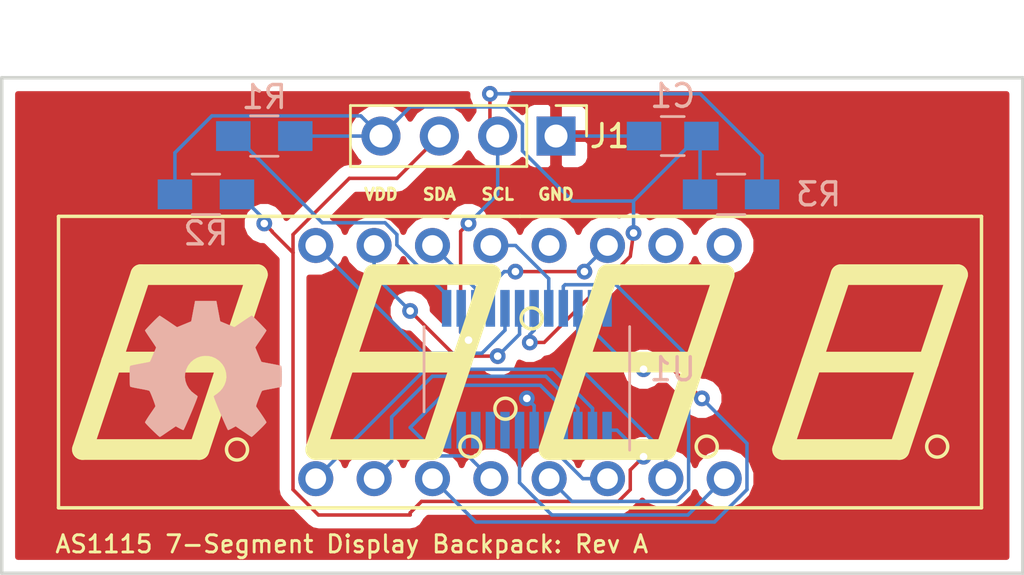
<source format=kicad_pcb>
(kicad_pcb (version 20170922) (host pcbnew no-vcs-found-4c623da~61~ubuntu16.04.1)

  (general
    (thickness 1.6)
    (drawings 9)
    (tracks 159)
    (zones 0)
    (modules 8)
    (nets 28)
  )

  (page A4)
  (layers
    (0 F.Cu signal)
    (31 B.Cu signal)
    (32 B.Adhes user)
    (33 F.Adhes user)
    (34 B.Paste user)
    (35 F.Paste user)
    (36 B.SilkS user)
    (37 F.SilkS user)
    (38 B.Mask user)
    (39 F.Mask user)
    (40 Dwgs.User user)
    (41 Cmts.User user)
    (42 Eco1.User user)
    (43 Eco2.User user)
    (44 Edge.Cuts user)
    (45 Margin user)
    (46 B.CrtYd user)
    (47 F.CrtYd user)
    (48 B.Fab user)
    (49 F.Fab user)
  )

  (setup
    (last_trace_width 0.1524)
    (trace_clearance 0.1524)
    (zone_clearance 0.508)
    (zone_45_only no)
    (trace_min 0.1524)
    (segment_width 0.2)
    (edge_width 0.15)
    (via_size 0.6858)
    (via_drill 0.3302)
    (via_min_size 0.6858)
    (via_min_drill 0.3302)
    (uvia_size 0.762)
    (uvia_drill 0.508)
    (uvias_allowed no)
    (uvia_min_size 0.2)
    (uvia_min_drill 0.1)
    (pcb_text_width 0.3)
    (pcb_text_size 1.5 1.5)
    (mod_edge_width 0.15)
    (mod_text_size 1 1)
    (mod_text_width 0.15)
    (pad_size 1.524 1.524)
    (pad_drill 0.762)
    (pad_to_mask_clearance 0.2)
    (aux_axis_origin 0 0)
    (visible_elements FFFFFF7F)
    (pcbplotparams
      (layerselection 0x010fc_ffffffff)
      (usegerberextensions false)
      (usegerberattributes true)
      (usegerberadvancedattributes true)
      (creategerberjobfile true)
      (excludeedgelayer true)
      (linewidth 0.100000)
      (plotframeref false)
      (viasonmask false)
      (mode 1)
      (useauxorigin false)
      (hpglpennumber 1)
      (hpglpenspeed 20)
      (hpglpendiameter 15)
      (psnegative false)
      (psa4output false)
      (plotreference true)
      (plotvalue true)
      (plotinvisibletext false)
      (padsonsilk false)
      (subtractmaskfromsilk false)
      (outputformat 1)
      (mirror false)
      (drillshape 1)
      (scaleselection 1)
      (outputdirectory ""))
  )

  (net 0 "")
  (net 1 GND)
  (net 2 +3V3)
  (net 3 "Net-(R1-Pad2)")
  (net 4 "Net-(U1-Pad24)")
  (net 5 "Net-(U1-Pad23)")
  (net 6 "Net-(U1-Pad22)")
  (net 7 "Net-(U1-Pad21)")
  (net 8 "Net-(U1-Pad16)")
  (net 9 "Net-(U1-Pad15)")
  (net 10 "Net-(U1-Pad12)")
  (net 11 "Net-(U1-Pad11)")
  (net 12 "Net-(U1-Pad10)")
  (net 13 "Net-(U1-Pad9)")
  (net 14 "Net-(U1-Pad4)")
  (net 15 "Net-(U1-Pad3)")
  (net 16 "Net-(U1-Pad2)")
  (net 17 "Net-(U1-Pad5)")
  (net 18 "Net-(U1-Pad20)")
  (net 19 "Net-(U1-Pad7)")
  (net 20 "Net-(U1-Pad8)")
  (net 21 "Net-(U1-Pad18)")
  (net 22 "Net-(U1-Pad17)")
  (net 23 "Net-(U2-Pad9)")
  (net 24 "Net-(U2-Pad10)")
  (net 25 "Net-(U2-Pad12)")
  (net 26 "Net-(J1-Pad3)")
  (net 27 "Net-(J1-Pad2)")

  (net_class Default "This is the default net class."
    (clearance 0.1524)
    (trace_width 0.1524)
    (via_dia 0.6858)
    (via_drill 0.3302)
    (uvia_dia 0.762)
    (uvia_drill 0.508)
    (add_net +3V3)
    (add_net GND)
    (add_net "Net-(J1-Pad2)")
    (add_net "Net-(J1-Pad3)")
    (add_net "Net-(R1-Pad2)")
    (add_net "Net-(U1-Pad10)")
    (add_net "Net-(U1-Pad11)")
    (add_net "Net-(U1-Pad12)")
    (add_net "Net-(U1-Pad15)")
    (add_net "Net-(U1-Pad16)")
    (add_net "Net-(U1-Pad17)")
    (add_net "Net-(U1-Pad18)")
    (add_net "Net-(U1-Pad2)")
    (add_net "Net-(U1-Pad20)")
    (add_net "Net-(U1-Pad21)")
    (add_net "Net-(U1-Pad22)")
    (add_net "Net-(U1-Pad23)")
    (add_net "Net-(U1-Pad24)")
    (add_net "Net-(U1-Pad3)")
    (add_net "Net-(U1-Pad4)")
    (add_net "Net-(U1-Pad5)")
    (add_net "Net-(U1-Pad7)")
    (add_net "Net-(U1-Pad8)")
    (add_net "Net-(U1-Pad9)")
    (add_net "Net-(U2-Pad10)")
    (add_net "Net-(U2-Pad12)")
    (add_net "Net-(U2-Pad9)")
  )

  (module Symbols:OSHW-Symbol_6.7x6mm_SilkScreen (layer B.Cu) (tedit 0) (tstamp 5A14FEED)
    (at 43.18 35.56 180)
    (descr "Open Source Hardware Symbol")
    (tags "Logo Symbol OSHW")
    (attr virtual)
    (fp_text reference REF*** (at 0 0 180) (layer B.SilkS) hide
      (effects (font (size 1 1) (thickness 0.15)) (justify mirror))
    )
    (fp_text value OSHW-Symbol_6.7x6mm_SilkScreen (at 0.75 0 180) (layer B.Fab) hide
      (effects (font (size 1 1) (thickness 0.15)) (justify mirror))
    )
    (fp_poly (pts (xy 0.555814 2.531069) (xy 0.639635 2.086445) (xy 0.94892 1.958947) (xy 1.258206 1.831449)
      (xy 1.629246 2.083754) (xy 1.733157 2.154004) (xy 1.827087 2.216728) (xy 1.906652 2.269062)
      (xy 1.96747 2.308143) (xy 2.005157 2.331107) (xy 2.015421 2.336058) (xy 2.03391 2.323324)
      (xy 2.07342 2.288118) (xy 2.129522 2.234938) (xy 2.197787 2.168282) (xy 2.273786 2.092646)
      (xy 2.353092 2.012528) (xy 2.431275 1.932426) (xy 2.503907 1.856836) (xy 2.566559 1.790255)
      (xy 2.614803 1.737182) (xy 2.64421 1.702113) (xy 2.651241 1.690377) (xy 2.641123 1.66874)
      (xy 2.612759 1.621338) (xy 2.569129 1.552807) (xy 2.513218 1.467785) (xy 2.448006 1.370907)
      (xy 2.410219 1.31565) (xy 2.341343 1.214752) (xy 2.28014 1.123701) (xy 2.229578 1.04703)
      (xy 2.192628 0.989272) (xy 2.172258 0.954957) (xy 2.169197 0.947746) (xy 2.176136 0.927252)
      (xy 2.195051 0.879487) (xy 2.223087 0.811168) (xy 2.257391 0.729011) (xy 2.295109 0.63973)
      (xy 2.333387 0.550042) (xy 2.36937 0.466662) (xy 2.400206 0.396306) (xy 2.423039 0.34569)
      (xy 2.435017 0.321529) (xy 2.435724 0.320578) (xy 2.454531 0.315964) (xy 2.504618 0.305672)
      (xy 2.580793 0.290713) (xy 2.677865 0.272099) (xy 2.790643 0.250841) (xy 2.856442 0.238582)
      (xy 2.97695 0.215638) (xy 3.085797 0.193805) (xy 3.177476 0.174278) (xy 3.246481 0.158252)
      (xy 3.287304 0.146921) (xy 3.295511 0.143326) (xy 3.303548 0.118994) (xy 3.310033 0.064041)
      (xy 3.31497 -0.015108) (xy 3.318364 -0.112026) (xy 3.320218 -0.220287) (xy 3.320538 -0.333465)
      (xy 3.319327 -0.445135) (xy 3.31659 -0.548868) (xy 3.312331 -0.638241) (xy 3.306555 -0.706826)
      (xy 3.299267 -0.748197) (xy 3.294895 -0.75681) (xy 3.268764 -0.767133) (xy 3.213393 -0.781892)
      (xy 3.136107 -0.799352) (xy 3.04423 -0.81778) (xy 3.012158 -0.823741) (xy 2.857524 -0.852066)
      (xy 2.735375 -0.874876) (xy 2.641673 -0.89308) (xy 2.572384 -0.907583) (xy 2.523471 -0.919292)
      (xy 2.490897 -0.929115) (xy 2.470628 -0.937956) (xy 2.458626 -0.946724) (xy 2.456947 -0.948457)
      (xy 2.440184 -0.976371) (xy 2.414614 -1.030695) (xy 2.382788 -1.104777) (xy 2.34726 -1.191965)
      (xy 2.310583 -1.285608) (xy 2.275311 -1.379052) (xy 2.243996 -1.465647) (xy 2.219193 -1.53874)
      (xy 2.203454 -1.591678) (xy 2.199332 -1.617811) (xy 2.199676 -1.618726) (xy 2.213641 -1.640086)
      (xy 2.245322 -1.687084) (xy 2.291391 -1.754827) (xy 2.348518 -1.838423) (xy 2.413373 -1.932982)
      (xy 2.431843 -1.959854) (xy 2.497699 -2.057275) (xy 2.55565 -2.146163) (xy 2.602538 -2.221412)
      (xy 2.635207 -2.27792) (xy 2.6505 -2.310581) (xy 2.651241 -2.314593) (xy 2.638392 -2.335684)
      (xy 2.602888 -2.377464) (xy 2.549293 -2.435445) (xy 2.482171 -2.505135) (xy 2.406087 -2.582045)
      (xy 2.325604 -2.661683) (xy 2.245287 -2.739561) (xy 2.169699 -2.811186) (xy 2.103405 -2.87207)
      (xy 2.050969 -2.917721) (xy 2.016955 -2.94365) (xy 2.007545 -2.947883) (xy 1.985643 -2.937912)
      (xy 1.9408 -2.91102) (xy 1.880321 -2.871736) (xy 1.833789 -2.840117) (xy 1.749475 -2.782098)
      (xy 1.649626 -2.713784) (xy 1.549473 -2.645579) (xy 1.495627 -2.609075) (xy 1.313371 -2.4858)
      (xy 1.160381 -2.56852) (xy 1.090682 -2.604759) (xy 1.031414 -2.632926) (xy 0.991311 -2.648991)
      (xy 0.981103 -2.651226) (xy 0.968829 -2.634722) (xy 0.944613 -2.588082) (xy 0.910263 -2.515609)
      (xy 0.867588 -2.421606) (xy 0.818394 -2.310374) (xy 0.76449 -2.186215) (xy 0.707684 -2.053432)
      (xy 0.649782 -1.916327) (xy 0.592593 -1.779202) (xy 0.537924 -1.646358) (xy 0.487584 -1.522098)
      (xy 0.44338 -1.410725) (xy 0.407119 -1.316539) (xy 0.380609 -1.243844) (xy 0.365658 -1.196941)
      (xy 0.363254 -1.180833) (xy 0.382311 -1.160286) (xy 0.424036 -1.126933) (xy 0.479706 -1.087702)
      (xy 0.484378 -1.084599) (xy 0.628264 -0.969423) (xy 0.744283 -0.835053) (xy 0.83143 -0.685784)
      (xy 0.888699 -0.525913) (xy 0.915086 -0.359737) (xy 0.909585 -0.191552) (xy 0.87119 -0.025655)
      (xy 0.798895 0.133658) (xy 0.777626 0.168513) (xy 0.666996 0.309263) (xy 0.536302 0.422286)
      (xy 0.390064 0.506997) (xy 0.232808 0.562806) (xy 0.069057 0.589126) (xy -0.096667 0.58537)
      (xy -0.259838 0.55095) (xy -0.415935 0.485277) (xy -0.560433 0.387765) (xy -0.605131 0.348187)
      (xy -0.718888 0.224297) (xy -0.801782 0.093876) (xy -0.858644 -0.052315) (xy -0.890313 -0.197088)
      (xy -0.898131 -0.35986) (xy -0.872062 -0.52344) (xy -0.814755 -0.682298) (xy -0.728856 -0.830906)
      (xy -0.617014 -0.963735) (xy -0.481877 -1.075256) (xy -0.464117 -1.087011) (xy -0.40785 -1.125508)
      (xy -0.365077 -1.158863) (xy -0.344628 -1.18016) (xy -0.344331 -1.180833) (xy -0.348721 -1.203871)
      (xy -0.366124 -1.256157) (xy -0.394732 -1.33339) (xy -0.432735 -1.431268) (xy -0.478326 -1.545491)
      (xy -0.529697 -1.671758) (xy -0.585038 -1.805767) (xy -0.642542 -1.943218) (xy -0.700399 -2.079808)
      (xy -0.756802 -2.211237) (xy -0.809942 -2.333205) (xy -0.85801 -2.441409) (xy -0.899199 -2.531549)
      (xy -0.931699 -2.599323) (xy -0.953703 -2.64043) (xy -0.962564 -2.651226) (xy -0.98964 -2.642819)
      (xy -1.040303 -2.620272) (xy -1.105817 -2.587613) (xy -1.141841 -2.56852) (xy -1.294832 -2.4858)
      (xy -1.477088 -2.609075) (xy -1.570125 -2.672228) (xy -1.671985 -2.741727) (xy -1.767438 -2.807165)
      (xy -1.81525 -2.840117) (xy -1.882495 -2.885273) (xy -1.939436 -2.921057) (xy -1.978646 -2.942938)
      (xy -1.991381 -2.947563) (xy -2.009917 -2.935085) (xy -2.050941 -2.900252) (xy -2.110475 -2.846678)
      (xy -2.184542 -2.777983) (xy -2.269165 -2.697781) (xy -2.322685 -2.646286) (xy -2.416319 -2.554286)
      (xy -2.497241 -2.471999) (xy -2.562177 -2.402945) (xy -2.607858 -2.350644) (xy -2.631011 -2.318616)
      (xy -2.633232 -2.312116) (xy -2.622924 -2.287394) (xy -2.594439 -2.237405) (xy -2.550937 -2.167212)
      (xy -2.495577 -2.081875) (xy -2.43152 -1.986456) (xy -2.413303 -1.959854) (xy -2.346927 -1.863167)
      (xy -2.287378 -1.776117) (xy -2.237984 -1.703595) (xy -2.202075 -1.650493) (xy -2.182981 -1.621703)
      (xy -2.181136 -1.618726) (xy -2.183895 -1.595782) (xy -2.198538 -1.545336) (xy -2.222513 -1.474041)
      (xy -2.253266 -1.388547) (xy -2.288244 -1.295507) (xy -2.324893 -1.201574) (xy -2.360661 -1.113399)
      (xy -2.392994 -1.037634) (xy -2.419338 -0.980931) (xy -2.437142 -0.949943) (xy -2.438407 -0.948457)
      (xy -2.449294 -0.939601) (xy -2.467682 -0.930843) (xy -2.497606 -0.921277) (xy -2.543103 -0.909996)
      (xy -2.608209 -0.896093) (xy -2.696961 -0.878663) (xy -2.813393 -0.856798) (xy -2.961542 -0.829591)
      (xy -2.993618 -0.823741) (xy -3.088686 -0.805374) (xy -3.171565 -0.787405) (xy -3.23493 -0.771569)
      (xy -3.271458 -0.7596) (xy -3.276356 -0.75681) (xy -3.284427 -0.732072) (xy -3.290987 -0.67679)
      (xy -3.296033 -0.597389) (xy -3.299559 -0.500296) (xy -3.301561 -0.391938) (xy -3.302036 -0.27874)
      (xy -3.300977 -0.167128) (xy -3.298382 -0.063529) (xy -3.294246 0.025632) (xy -3.288563 0.093928)
      (xy -3.281331 0.134934) (xy -3.276971 0.143326) (xy -3.252698 0.151792) (xy -3.197426 0.165565)
      (xy -3.116662 0.18345) (xy -3.015912 0.204252) (xy -2.900683 0.226777) (xy -2.837902 0.238582)
      (xy -2.718787 0.260849) (xy -2.612565 0.281021) (xy -2.524427 0.298085) (xy -2.459566 0.311031)
      (xy -2.423174 0.318845) (xy -2.417184 0.320578) (xy -2.407061 0.34011) (xy -2.385662 0.387157)
      (xy -2.355839 0.454997) (xy -2.320445 0.536909) (xy -2.282332 0.626172) (xy -2.244353 0.716065)
      (xy -2.20936 0.799865) (xy -2.180206 0.870853) (xy -2.159743 0.922306) (xy -2.150823 0.947503)
      (xy -2.150657 0.948604) (xy -2.160769 0.968481) (xy -2.189117 1.014223) (xy -2.232723 1.081283)
      (xy -2.288606 1.165116) (xy -2.353787 1.261174) (xy -2.391679 1.31635) (xy -2.460725 1.417519)
      (xy -2.52205 1.50937) (xy -2.572663 1.587256) (xy -2.609571 1.646531) (xy -2.629782 1.682549)
      (xy -2.632701 1.690623) (xy -2.620153 1.709416) (xy -2.585463 1.749543) (xy -2.533063 1.806507)
      (xy -2.467384 1.875815) (xy -2.392856 1.952969) (xy -2.313913 2.033475) (xy -2.234983 2.112837)
      (xy -2.1605 2.18656) (xy -2.094894 2.250148) (xy -2.042596 2.299106) (xy -2.008039 2.328939)
      (xy -1.996478 2.336058) (xy -1.977654 2.326047) (xy -1.932631 2.297922) (xy -1.865787 2.254546)
      (xy -1.781499 2.198782) (xy -1.684144 2.133494) (xy -1.610707 2.083754) (xy -1.239667 1.831449)
      (xy -0.621095 2.086445) (xy -0.537275 2.531069) (xy -0.453454 2.975693) (xy 0.471994 2.975693)
      (xy 0.555814 2.531069)) (layer B.SilkS) (width 0.01))
  )

  (module Capacitors_SMD:C_0805_HandSoldering (layer B.Cu) (tedit 58AA84A8) (tstamp 5A142A8B)
    (at 63.5 25.4 180)
    (descr "Capacitor SMD 0805, hand soldering")
    (tags "capacitor 0805")
    (path /59EC7FF1)
    (attr smd)
    (fp_text reference C1 (at 0 1.75) (layer B.SilkS)
      (effects (font (size 1 1) (thickness 0.15)) (justify mirror))
    )
    (fp_text value 0.1uF (at 0 -1.75) (layer B.Fab)
      (effects (font (size 1 1) (thickness 0.15)) (justify mirror))
    )
    (fp_line (start 2.25 -0.87) (end -2.25 -0.87) (layer B.CrtYd) (width 0.05))
    (fp_line (start 2.25 -0.87) (end 2.25 0.88) (layer B.CrtYd) (width 0.05))
    (fp_line (start -2.25 0.88) (end -2.25 -0.87) (layer B.CrtYd) (width 0.05))
    (fp_line (start -2.25 0.88) (end 2.25 0.88) (layer B.CrtYd) (width 0.05))
    (fp_line (start -0.5 -0.85) (end 0.5 -0.85) (layer B.SilkS) (width 0.12))
    (fp_line (start 0.5 0.85) (end -0.5 0.85) (layer B.SilkS) (width 0.12))
    (fp_line (start -1 0.62) (end 1 0.62) (layer B.Fab) (width 0.1))
    (fp_line (start 1 0.62) (end 1 -0.62) (layer B.Fab) (width 0.1))
    (fp_line (start 1 -0.62) (end -1 -0.62) (layer B.Fab) (width 0.1))
    (fp_line (start -1 -0.62) (end -1 0.62) (layer B.Fab) (width 0.1))
    (fp_text user %R (at 0 1.75) (layer B.Fab)
      (effects (font (size 1 1) (thickness 0.15)) (justify mirror))
    )
    (pad 2 smd rect (at 1.25 0 180) (size 1.5 1.25) (layers B.Cu B.Paste B.Mask)
      (net 1 GND))
    (pad 1 smd rect (at -1.25 0 180) (size 1.5 1.25) (layers B.Cu B.Paste B.Mask)
      (net 2 +3V3))
    (model Capacitors_SMD.3dshapes/C_0805.wrl
      (at (xyz 0 0 0))
      (scale (xyz 1 1 1))
      (rotate (xyz 0 0 0))
    )
  )

  (module Pin_Headers:Pin_Header_Straight_1x04_Pitch2.54mm (layer F.Cu) (tedit 5A147A75) (tstamp 5A142AA3)
    (at 58.42 25.4 270)
    (descr "Through hole straight pin header, 1x04, 2.54mm pitch, single row")
    (tags "Through hole pin header THT 1x04 2.54mm single row")
    (path /59EEB3FD)
    (fp_text reference J1 (at 0 -2.33) (layer F.SilkS)
      (effects (font (size 1 1) (thickness 0.15)))
    )
    (fp_text value 7SEG_DEBUG (at -5.08 3.81) (layer F.Fab)
      (effects (font (size 1 1) (thickness 0.15)))
    )
    (fp_text user %R (at -5.08 11.43) (layer F.Fab)
      (effects (font (size 1 1) (thickness 0.15)))
    )
    (fp_line (start 1.8 -1.8) (end -1.8 -1.8) (layer F.CrtYd) (width 0.05))
    (fp_line (start 1.8 9.4) (end 1.8 -1.8) (layer F.CrtYd) (width 0.05))
    (fp_line (start -1.8 9.4) (end 1.8 9.4) (layer F.CrtYd) (width 0.05))
    (fp_line (start -1.8 -1.8) (end -1.8 9.4) (layer F.CrtYd) (width 0.05))
    (fp_line (start -1.33 -1.33) (end 0 -1.33) (layer F.SilkS) (width 0.12))
    (fp_line (start -1.33 0) (end -1.33 -1.33) (layer F.SilkS) (width 0.12))
    (fp_line (start -1.33 1.27) (end 1.33 1.27) (layer F.SilkS) (width 0.12))
    (fp_line (start 1.33 1.27) (end 1.33 8.95) (layer F.SilkS) (width 0.12))
    (fp_line (start -1.33 1.27) (end -1.33 8.95) (layer F.SilkS) (width 0.12))
    (fp_line (start -1.33 8.95) (end 1.33 8.95) (layer F.SilkS) (width 0.12))
    (fp_line (start -1.27 -0.635) (end -0.635 -1.27) (layer F.Fab) (width 0.1))
    (fp_line (start -1.27 8.89) (end -1.27 -0.635) (layer F.Fab) (width 0.1))
    (fp_line (start 1.27 8.89) (end -1.27 8.89) (layer F.Fab) (width 0.1))
    (fp_line (start 1.27 -1.27) (end 1.27 8.89) (layer F.Fab) (width 0.1))
    (fp_line (start -0.635 -1.27) (end 1.27 -1.27) (layer F.Fab) (width 0.1))
    (pad 4 thru_hole oval (at 0 7.62 270) (size 1.7 1.7) (drill 1) (layers *.Cu *.Mask)
      (net 2 +3V3))
    (pad 3 thru_hole oval (at 0 5.08 270) (size 1.7 1.7) (drill 1) (layers *.Cu *.Mask)
      (net 26 "Net-(J1-Pad3)"))
    (pad 2 thru_hole oval (at 0 2.54 270) (size 1.7 1.7) (drill 1) (layers *.Cu *.Mask)
      (net 27 "Net-(J1-Pad2)"))
    (pad 1 thru_hole rect (at 0 0 270) (size 1.7 1.7) (drill 1) (layers *.Cu *.Mask)
      (net 1 GND))
    (model ${KISYS3DMOD}/Pin_Headers.3dshapes/Pin_Header_Straight_1x04_Pitch2.54mm.wrl
      (at (xyz 0 0 0))
      (scale (xyz 1 1 1))
      (rotate (xyz 0 0 0))
    )
  )

  (module Resistors_SMD:R_0805_HandSoldering (layer B.Cu) (tedit 58E0A804) (tstamp 5A1471B4)
    (at 45.72 25.4 180)
    (descr "Resistor SMD 0805, hand soldering")
    (tags "resistor 0805")
    (path /59EC64B4)
    (attr smd)
    (fp_text reference R1 (at 0 1.7) (layer B.SilkS)
      (effects (font (size 1 1) (thickness 0.15)) (justify mirror))
    )
    (fp_text value 10k (at 0 -1.75) (layer B.Fab)
      (effects (font (size 1 1) (thickness 0.15)) (justify mirror))
    )
    (fp_line (start 2.35 -0.9) (end -2.35 -0.9) (layer B.CrtYd) (width 0.05))
    (fp_line (start 2.35 -0.9) (end 2.35 0.9) (layer B.CrtYd) (width 0.05))
    (fp_line (start -2.35 0.9) (end -2.35 -0.9) (layer B.CrtYd) (width 0.05))
    (fp_line (start -2.35 0.9) (end 2.35 0.9) (layer B.CrtYd) (width 0.05))
    (fp_line (start -0.6 0.88) (end 0.6 0.88) (layer B.SilkS) (width 0.12))
    (fp_line (start 0.6 -0.88) (end -0.6 -0.88) (layer B.SilkS) (width 0.12))
    (fp_line (start -1 0.62) (end 1 0.62) (layer B.Fab) (width 0.1))
    (fp_line (start 1 0.62) (end 1 -0.62) (layer B.Fab) (width 0.1))
    (fp_line (start 1 -0.62) (end -1 -0.62) (layer B.Fab) (width 0.1))
    (fp_line (start -1 -0.62) (end -1 0.62) (layer B.Fab) (width 0.1))
    (fp_text user %R (at 0 0 180) (layer B.Fab)
      (effects (font (size 0.5 0.5) (thickness 0.075)) (justify mirror))
    )
    (pad 2 smd rect (at 1.35 0 180) (size 1.5 1.3) (layers B.Cu B.Paste B.Mask)
      (net 3 "Net-(R1-Pad2)"))
    (pad 1 smd rect (at -1.35 0 180) (size 1.5 1.3) (layers B.Cu B.Paste B.Mask)
      (net 2 +3V3))
    (model ${KISYS3DMOD}/Resistors_SMD.3dshapes/R_0805.wrl
      (at (xyz 0 0 0))
      (scale (xyz 1 1 1))
      (rotate (xyz 0 0 0))
    )
  )

  (module Housings_SSOP:QSOP-24_3.9x8.7mm_Pitch0.635mm (layer B.Cu) (tedit 58C99544) (tstamp 5A142ADC)
    (at 57.15 35.56 90)
    (descr "24-Lead Plastic Shrink Small Outline Narrow Body (QR)-.150\" Body [QSOP] (see Microchip Packaging Specification 00000049CH.pdf)")
    (tags "QSOP 0.635")
    (path /59EC3D68)
    (attr smd)
    (fp_text reference U1 (at 0 6.35) (layer B.SilkS)
      (effects (font (size 1 1) (thickness 0.15)) (justify mirror))
    )
    (fp_text value AS1115 (at 0 -5.3 90) (layer B.Fab)
      (effects (font (size 1 1) (thickness 0.15)) (justify mirror))
    )
    (fp_line (start -3.525 4.475) (end 1.8586 4.475) (layer B.SilkS) (width 0.12))
    (fp_line (start -1.8543 -4.475) (end 1.8543 -4.475) (layer B.SilkS) (width 0.12))
    (fp_line (start -3.71 -4.6) (end 3.7 -4.6) (layer B.CrtYd) (width 0.05))
    (fp_line (start -3.71 4.6) (end 3.7 4.6) (layer B.CrtYd) (width 0.05))
    (fp_line (start 3.7 4.6) (end 3.7 -4.6) (layer B.CrtYd) (width 0.05))
    (fp_line (start -3.71 4.6) (end -3.71 -4.6) (layer B.CrtYd) (width 0.05))
    (fp_line (start -1.95 3.35) (end -0.95 4.35) (layer B.Fab) (width 0.1))
    (fp_line (start -1.95 -4.35) (end -1.95 3.35) (layer B.Fab) (width 0.1))
    (fp_line (start 1.95 -4.35) (end -1.95 -4.35) (layer B.Fab) (width 0.1))
    (fp_line (start 1.95 4.35) (end 1.95 -4.35) (layer B.Fab) (width 0.1))
    (fp_line (start -0.95 4.35) (end 1.95 4.35) (layer B.Fab) (width 0.1))
    (fp_text user %R (at 0 0 90) (layer B.Fab)
      (effects (font (size 0.8 0.8) (thickness 0.08)) (justify mirror))
    )
    (pad 24 smd rect (at 2.6543 3.4925 90) (size 1.6 0.41) (layers B.Cu B.Paste B.Mask)
      (net 4 "Net-(U1-Pad24)"))
    (pad 23 smd rect (at 2.6543 2.8575 90) (size 1.6 0.41) (layers B.Cu B.Paste B.Mask)
      (net 5 "Net-(U1-Pad23)"))
    (pad 22 smd rect (at 2.6543 2.2225 90) (size 1.6 0.41) (layers B.Cu B.Paste B.Mask)
      (net 6 "Net-(U1-Pad22)"))
    (pad 21 smd rect (at 2.6543 1.5875 90) (size 1.6 0.41) (layers B.Cu B.Paste B.Mask)
      (net 7 "Net-(U1-Pad21)"))
    (pad 16 smd rect (at 2.6543 -1.5875 90) (size 1.6 0.41) (layers B.Cu B.Paste B.Mask)
      (net 8 "Net-(U1-Pad16)"))
    (pad 15 smd rect (at 2.6543 -2.2225 90) (size 1.6 0.41) (layers B.Cu B.Paste B.Mask)
      (net 9 "Net-(U1-Pad15)"))
    (pad 14 smd rect (at 2.6543 -2.8575 90) (size 1.6 0.41) (layers B.Cu B.Paste B.Mask)
      (net 27 "Net-(J1-Pad2)"))
    (pad 13 smd rect (at 2.6543 -3.4925 90) (size 1.6 0.41) (layers B.Cu B.Paste B.Mask)
      (net 3 "Net-(R1-Pad2)"))
    (pad 12 smd rect (at -2.6543 -3.4925 90) (size 1.6 0.41) (layers B.Cu B.Paste B.Mask)
      (net 10 "Net-(U1-Pad12)"))
    (pad 11 smd rect (at -2.6543 -2.8575 90) (size 1.6 0.41) (layers B.Cu B.Paste B.Mask)
      (net 11 "Net-(U1-Pad11)"))
    (pad 10 smd rect (at -2.6543 -2.2225 90) (size 1.6 0.41) (layers B.Cu B.Paste B.Mask)
      (net 12 "Net-(U1-Pad10)"))
    (pad 9 smd rect (at -2.6543 -1.5875 90) (size 1.6 0.41) (layers B.Cu B.Paste B.Mask)
      (net 13 "Net-(U1-Pad9)"))
    (pad 4 smd rect (at -2.6543 1.5875 90) (size 1.6 0.41) (layers B.Cu B.Paste B.Mask)
      (net 14 "Net-(U1-Pad4)"))
    (pad 3 smd rect (at -2.6543 2.2225 90) (size 1.6 0.41) (layers B.Cu B.Paste B.Mask)
      (net 15 "Net-(U1-Pad3)"))
    (pad 2 smd rect (at -2.6543 2.8575 90) (size 1.6 0.41) (layers B.Cu B.Paste B.Mask)
      (net 16 "Net-(U1-Pad2)"))
    (pad 1 smd rect (at -2.6543 3.4925 90) (size 1.6 0.41) (layers B.Cu B.Paste B.Mask)
      (net 26 "Net-(J1-Pad3)"))
    (pad 5 smd rect (at -2.6543 0.9525 90) (size 1.6 0.41) (layers B.Cu B.Paste B.Mask)
      (net 17 "Net-(U1-Pad5)"))
    (pad 6 smd rect (at -2.6543 0.3175 90) (size 1.6 0.41) (layers B.Cu B.Paste B.Mask)
      (net 1 GND))
    (pad 19 smd rect (at 2.6543 0.3175 90) (size 1.6 0.41) (layers B.Cu B.Paste B.Mask)
      (net 2 +3V3))
    (pad 20 smd rect (at 2.6543 0.9525 90) (size 1.6 0.41) (layers B.Cu B.Paste B.Mask)
      (net 18 "Net-(U1-Pad20)"))
    (pad 7 smd rect (at -2.6543 -0.3175 90) (size 1.6 0.41) (layers B.Cu B.Paste B.Mask)
      (net 19 "Net-(U1-Pad7)"))
    (pad 8 smd rect (at -2.6543 -0.9525 90) (size 1.6 0.41) (layers B.Cu B.Paste B.Mask)
      (net 20 "Net-(U1-Pad8)"))
    (pad 18 smd rect (at 2.6543 -0.3175 90) (size 1.6 0.41) (layers B.Cu B.Paste B.Mask)
      (net 21 "Net-(U1-Pad18)"))
    (pad 17 smd rect (at 2.6543 -0.9525 90) (size 1.6 0.41) (layers B.Cu B.Paste B.Mask)
      (net 22 "Net-(U1-Pad17)"))
    (model ${KISYS3DMOD}/Housings_SSOP.3dshapes/QSOP-24_3.9x8.7mm_Pitch0.635mm.wrl
      (at (xyz 0 0 0))
      (scale (xyz 1 1 1))
      (rotate (xyz 0 0 0))
    )
  )

  (module custom_display:LTC-4727 (layer F.Cu) (tedit 5A148327) (tstamp 5A142B19)
    (at 56.851666 35.2475)
    (path /59EC78C2)
    (fp_text reference U2 (at -11.131666 0.3125) (layer F.SilkS) hide
      (effects (font (size 1 1) (thickness 0.15)))
    )
    (fp_text value LTC-4727JS (at -16.211666 7.9325) (layer F.Fab)
      (effects (font (size 1 1) (thickness 0.15)))
    )
    (fp_circle (center 18.161 3.683) (end 18.415 4.064) (layer F.SilkS) (width 0.15))
    (fp_circle (center 8.128 3.683) (end 8.382 4.064) (layer F.SilkS) (width 0.15))
    (fp_circle (center -12.319 3.81) (end -12.065 4.191) (layer F.SilkS) (width 0.15))
    (fp_circle (center -2.159 3.683) (end -1.905 4.064) (layer F.SilkS) (width 0.15))
    (fp_circle (center -0.635 2.032) (end -0.254 2.286) (layer F.SilkS) (width 0.15))
    (fp_circle (center 0.508 -1.905) (end 0.889 -1.651) (layer F.SilkS) (width 0.15))
    (fp_line (start 12.7 0) (end 13.97 -3.81) (layer F.SilkS) (width 0.9))
    (fp_line (start 13.97 -3.81) (end 19.05 -3.81) (layer F.SilkS) (width 0.9))
    (fp_line (start 19.05 -3.81) (end 17.78 0) (layer F.SilkS) (width 0.9))
    (fp_line (start 11.43 3.81) (end 12.7 0) (layer F.SilkS) (width 0.9))
    (fp_line (start 12.7 0) (end 17.78 0) (layer F.SilkS) (width 0.9))
    (fp_line (start 17.78 0) (end 16.51 3.81) (layer F.SilkS) (width 0.9))
    (fp_line (start 16.51 3.81) (end 11.43 3.81) (layer F.SilkS) (width 0.9))
    (fp_line (start 2.54 0) (end 3.81 -3.81) (layer F.SilkS) (width 0.9))
    (fp_line (start 3.81 -3.81) (end 8.89 -3.81) (layer F.SilkS) (width 0.9))
    (fp_line (start 8.89 -3.81) (end 7.62 0) (layer F.SilkS) (width 0.9))
    (fp_line (start 2.54 0) (end 7.62 0) (layer F.SilkS) (width 0.9))
    (fp_line (start 7.62 0) (end 6.35 3.81) (layer F.SilkS) (width 0.9))
    (fp_line (start 6.35 3.81) (end 1.27 3.81) (layer F.SilkS) (width 0.9))
    (fp_line (start 1.27 3.81) (end 2.54 0) (layer F.SilkS) (width 0.9))
    (fp_line (start -17.78 0) (end -12.7 0) (layer F.SilkS) (width 0.9))
    (fp_line (start -12.7 0) (end -13.97 3.81) (layer F.SilkS) (width 0.9))
    (fp_line (start -13.97 3.81) (end -19.05 3.81) (layer F.SilkS) (width 0.9))
    (fp_line (start -19.05 3.81) (end -17.78 0) (layer F.SilkS) (width 0.9))
    (fp_line (start -16.51 -3.81) (end -11.43 -3.81) (layer F.SilkS) (width 0.9))
    (fp_line (start -11.43 -3.81) (end -12.7 0) (layer F.SilkS) (width 0.9))
    (fp_line (start -12.7 0) (end -17.78 0) (layer F.SilkS) (width 0.9))
    (fp_line (start -17.78 0) (end -16.51 -3.81) (layer F.SilkS) (width 0.9))
    (fp_line (start -6.35 -3.81) (end -7.62 0) (layer F.SilkS) (width 0.9))
    (fp_line (start -7.62 0) (end -2.54 0) (layer F.SilkS) (width 0.9))
    (fp_line (start -2.54 0) (end -1.27 -3.81) (layer F.SilkS) (width 0.9))
    (fp_line (start -3.81 3.81) (end -2.54 0) (layer F.SilkS) (width 0.9))
    (fp_line (start -2.54 0) (end -7.62 0) (layer F.SilkS) (width 0.9))
    (fp_line (start -7.62 0) (end -8.89 3.81) (layer F.SilkS) (width 0.9))
    (fp_line (start -6.35 -3.81) (end -1.27 -3.81) (layer F.SilkS) (width 0.9))
    (fp_line (start -8.89 3.81) (end -3.81 3.81) (layer F.SilkS) (width 0.9))
    (fp_line (start 0 -6.35) (end -20.09 -6.35) (layer F.SilkS) (width 0.15))
    (fp_line (start -20.09 -6.35) (end -20.09 6.35) (layer F.SilkS) (width 0.15))
    (fp_line (start -20.09 6.35) (end 20.09 6.35) (layer F.SilkS) (width 0.15))
    (fp_line (start 20.09 6.35) (end 20.09 -6.35) (layer F.SilkS) (width 0.15))
    (fp_line (start 20.09 -6.35) (end 0 -6.35) (layer F.SilkS) (width 0.15))
    (pad 1 thru_hole circle (at -8.89 5.08) (size 1.524 1.524) (drill 0.9) (layers *.Cu *.Mask)
      (net 16 "Net-(U1-Pad2)"))
    (pad 2 thru_hole circle (at -6.35 5.08) (size 1.524 1.524) (drill 0.9) (layers *.Cu *.Mask)
      (net 15 "Net-(U1-Pad3)"))
    (pad 3 thru_hole circle (at -3.81 5.08) (size 1.524 1.524) (drill 0.9) (layers *.Cu *.Mask)
      (net 5 "Net-(U1-Pad23)"))
    (pad 4 thru_hole circle (at -1.27 5.08) (size 1.524 1.524) (drill 0.9) (layers *.Cu *.Mask)
      (net 14 "Net-(U1-Pad4)"))
    (pad 5 thru_hole circle (at 1.27 5.08) (size 1.524 1.524) (drill 0.9) (layers *.Cu *.Mask)
      (net 7 "Net-(U1-Pad21)"))
    (pad 6 thru_hole circle (at 3.81 5.08) (size 1.524 1.524) (drill 0.9) (layers *.Cu *.Mask)
      (net 17 "Net-(U1-Pad5)"))
    (pad 7 thru_hole circle (at 6.35 5.08) (size 1.524 1.524) (drill 0.9) (layers *.Cu *.Mask)
      (net 6 "Net-(U1-Pad22)"))
    (pad 8 thru_hole circle (at 8.89 5.08) (size 1.524 1.524) (drill 0.9) (layers *.Cu *.Mask)
      (net 19 "Net-(U1-Pad7)"))
    (pad 9 thru_hole circle (at 8.89 -5.08) (size 1.524 1.524) (drill 0.9) (layers *.Cu *.Mask)
      (net 23 "Net-(U2-Pad9)"))
    (pad 10 thru_hole circle (at 6.35 -5.08) (size 1.524 1.524) (drill 0.9) (layers *.Cu *.Mask)
      (net 24 "Net-(U2-Pad10)"))
    (pad 11 thru_hole circle (at 3.81 -5.08) (size 1.524 1.524) (drill 0.9) (layers *.Cu *.Mask)
      (net 8 "Net-(U1-Pad16)"))
    (pad 12 thru_hole circle (at 1.27 -5.08) (size 1.524 1.524) (drill 0.9) (layers *.Cu *.Mask)
      (net 25 "Net-(U2-Pad12)"))
    (pad 13 thru_hole circle (at -1.27 -5.08) (size 1.524 1.524) (drill 0.9) (layers *.Cu *.Mask)
      (net 18 "Net-(U1-Pad20)"))
    (pad 14 thru_hole circle (at -3.81 -5.08) (size 1.524 1.524) (drill 0.9) (layers *.Cu *.Mask)
      (net 9 "Net-(U1-Pad15)"))
    (pad 15 thru_hole circle (at -6.35 -5.08) (size 1.524 1.524) (drill 0.9) (layers *.Cu *.Mask)
      (net 21 "Net-(U1-Pad18)"))
    (pad 16 thru_hole circle (at -8.89 -5.08) (size 1.524 1.524) (drill 0.9) (layers *.Cu *.Mask)
      (net 22 "Net-(U1-Pad17)"))
  )

  (module Resistors_SMD:R_0805_HandSoldering (layer B.Cu) (tedit 58E0A804) (tstamp 5A14F992)
    (at 43.18 27.94)
    (descr "Resistor SMD 0805, hand soldering")
    (tags "resistor 0805")
    (path /5A14998C)
    (attr smd)
    (fp_text reference R2 (at 0 1.7) (layer B.SilkS)
      (effects (font (size 1 1) (thickness 0.15)) (justify mirror))
    )
    (fp_text value 10K (at 0 -1.75) (layer B.Fab)
      (effects (font (size 1 1) (thickness 0.15)) (justify mirror))
    )
    (fp_line (start 2.35 -0.9) (end -2.35 -0.9) (layer B.CrtYd) (width 0.05))
    (fp_line (start 2.35 -0.9) (end 2.35 0.9) (layer B.CrtYd) (width 0.05))
    (fp_line (start -2.35 0.9) (end -2.35 -0.9) (layer B.CrtYd) (width 0.05))
    (fp_line (start -2.35 0.9) (end 2.35 0.9) (layer B.CrtYd) (width 0.05))
    (fp_line (start -0.6 0.88) (end 0.6 0.88) (layer B.SilkS) (width 0.12))
    (fp_line (start 0.6 -0.88) (end -0.6 -0.88) (layer B.SilkS) (width 0.12))
    (fp_line (start -1 0.62) (end 1 0.62) (layer B.Fab) (width 0.1))
    (fp_line (start 1 0.62) (end 1 -0.62) (layer B.Fab) (width 0.1))
    (fp_line (start 1 -0.62) (end -1 -0.62) (layer B.Fab) (width 0.1))
    (fp_line (start -1 -0.62) (end -1 0.62) (layer B.Fab) (width 0.1))
    (fp_text user %R (at 0 0) (layer B.Fab)
      (effects (font (size 0.5 0.5) (thickness 0.075)) (justify mirror))
    )
    (pad 2 smd rect (at 1.35 0) (size 1.5 1.3) (layers B.Cu B.Paste B.Mask)
      (net 26 "Net-(J1-Pad3)"))
    (pad 1 smd rect (at -1.35 0) (size 1.5 1.3) (layers B.Cu B.Paste B.Mask)
      (net 2 +3V3))
    (model ${KISYS3DMOD}/Resistors_SMD.3dshapes/R_0805.wrl
      (at (xyz 0 0 0))
      (scale (xyz 1 1 1))
      (rotate (xyz 0 0 0))
    )
  )

  (module Resistors_SMD:R_0805_HandSoldering (layer B.Cu) (tedit 58E0A804) (tstamp 5A14F9A3)
    (at 66.04 27.94)
    (descr "Resistor SMD 0805, hand soldering")
    (tags "resistor 0805")
    (path /5A149A1D)
    (attr smd)
    (fp_text reference R3 (at 3.81 0) (layer B.SilkS)
      (effects (font (size 1 1) (thickness 0.15)) (justify mirror))
    )
    (fp_text value 10K (at 0 -1.75) (layer B.Fab)
      (effects (font (size 1 1) (thickness 0.15)) (justify mirror))
    )
    (fp_text user %R (at 0 0) (layer B.Fab)
      (effects (font (size 0.5 0.5) (thickness 0.075)) (justify mirror))
    )
    (fp_line (start -1 -0.62) (end -1 0.62) (layer B.Fab) (width 0.1))
    (fp_line (start 1 -0.62) (end -1 -0.62) (layer B.Fab) (width 0.1))
    (fp_line (start 1 0.62) (end 1 -0.62) (layer B.Fab) (width 0.1))
    (fp_line (start -1 0.62) (end 1 0.62) (layer B.Fab) (width 0.1))
    (fp_line (start 0.6 -0.88) (end -0.6 -0.88) (layer B.SilkS) (width 0.12))
    (fp_line (start -0.6 0.88) (end 0.6 0.88) (layer B.SilkS) (width 0.12))
    (fp_line (start -2.35 0.9) (end 2.35 0.9) (layer B.CrtYd) (width 0.05))
    (fp_line (start -2.35 0.9) (end -2.35 -0.9) (layer B.CrtYd) (width 0.05))
    (fp_line (start 2.35 -0.9) (end 2.35 0.9) (layer B.CrtYd) (width 0.05))
    (fp_line (start 2.35 -0.9) (end -2.35 -0.9) (layer B.CrtYd) (width 0.05))
    (pad 1 smd rect (at -1.35 0) (size 1.5 1.3) (layers B.Cu B.Paste B.Mask)
      (net 2 +3V3))
    (pad 2 smd rect (at 1.35 0) (size 1.5 1.3) (layers B.Cu B.Paste B.Mask)
      (net 27 "Net-(J1-Pad2)"))
    (model ${KISYS3DMOD}/Resistors_SMD.3dshapes/R_0805.wrl
      (at (xyz 0 0 0))
      (scale (xyz 1 1 1))
      (rotate (xyz 0 0 0))
    )
  )

  (gr_text "AS1115 7-Segment Display Backpack: Rev A" (at 49.53 43.18) (layer F.SilkS)
    (effects (font (size 0.75 0.75) (thickness 0.125)))
  )
  (gr_text SDA (at 53.34 27.94) (layer F.SilkS)
    (effects (font (size 0.5 0.5) (thickness 0.125)))
  )
  (gr_text SCL (at 55.88 27.94) (layer F.SilkS)
    (effects (font (size 0.5 0.5) (thickness 0.125)))
  )
  (gr_text GND (at 58.42 27.94) (layer F.SilkS)
    (effects (font (size 0.5 0.5) (thickness 0.125)))
  )
  (gr_text VDD (at 50.8 27.94) (layer F.SilkS)
    (effects (font (size 0.5 0.5) (thickness 0.125)))
  )
  (gr_line (start 34.29 22.86) (end 34.29 44.45) (layer Edge.Cuts) (width 0.15))
  (gr_line (start 78.74 22.86) (end 34.29 22.86) (layer Edge.Cuts) (width 0.15))
  (gr_line (start 78.74 44.45) (end 78.74 22.86) (layer Edge.Cuts) (width 0.15))
  (gr_line (start 34.29 44.45) (end 78.74 44.45) (layer Edge.Cuts) (width 0.15))

  (segment (start 57.4675 38.2143) (end 57.4675 37.1475) (width 0.1524) (layer B.Cu) (net 1))
  (segment (start 57.4675 37.1475) (end 57.15 36.83) (width 0.1524) (layer B.Cu) (net 1))
  (via (at 57.15 36.83) (size 0.6858) (drill 0.3302) (layers F.Cu B.Cu) (net 1))
  (segment (start 62.25 25.4) (end 58.42 25.4) (width 0.1524) (layer B.Cu) (net 1))
  (segment (start 59.4224 25.4) (end 58.42 25.4) (width 0.1524) (layer F.Cu) (net 1))
  (segment (start 64.69 27.94) (end 64.69 25.46) (width 0.1524) (layer B.Cu) (net 2))
  (segment (start 64.69 25.46) (end 64.75 25.4) (width 0.1524) (layer B.Cu) (net 2))
  (segment (start 41.83 27.94) (end 41.83 26.128518) (width 0.1524) (layer B.Cu) (net 2))
  (segment (start 41.83 26.128518) (end 43.437119 24.521399) (width 0.1524) (layer B.Cu) (net 2))
  (segment (start 43.437119 24.521399) (end 49.921399 24.521399) (width 0.1524) (layer B.Cu) (net 2))
  (segment (start 49.921399 24.521399) (end 49.950001 24.550001) (width 0.1524) (layer B.Cu) (net 2))
  (segment (start 49.950001 24.550001) (end 50.8 25.4) (width 0.1524) (layer B.Cu) (net 2))
  (segment (start 56.20633 24.13) (end 52.07 24.13) (width 0.1524) (layer B.Cu) (net 2))
  (segment (start 52.07 24.13) (end 50.8 25.4) (width 0.1524) (layer B.Cu) (net 2))
  (segment (start 61.795152 28.229848) (end 59.138366 28.229848) (width 0.1524) (layer B.Cu) (net 2))
  (segment (start 59.138366 28.229848) (end 56.958601 26.050083) (width 0.1524) (layer B.Cu) (net 2))
  (segment (start 56.958601 26.050083) (end 56.958601 24.882271) (width 0.1524) (layer B.Cu) (net 2))
  (segment (start 56.958601 24.882271) (end 56.20633 24.13) (width 0.1524) (layer B.Cu) (net 2))
  (segment (start 61.795152 29.623426) (end 61.652267 29.692011) (width 0.1524) (layer F.Cu) (net 2))
  (segment (start 61.652267 30.642989) (end 61.795152 29.623426) (width 0.1524) (layer F.Cu) (net 2))
  (segment (start 64.75 25.4) (end 64.625 25.4) (width 0.1524) (layer B.Cu) (net 2))
  (segment (start 64.625 25.4) (end 61.795152 28.229848) (width 0.1524) (layer B.Cu) (net 2))
  (via (at 61.795152 29.623426) (size 0.6858) (drill 0.3302) (layers F.Cu B.Cu) (net 2))
  (segment (start 61.795152 28.229848) (end 61.795152 29.623426) (width 0.1524) (layer B.Cu) (net 2))
  (segment (start 47.07 25.4) (end 50.8 25.4) (width 0.1524) (layer B.Cu) (net 2))
  (segment (start 57.278767 34.393014) (end 57.902242 34.393014) (width 0.1524) (layer F.Cu) (net 2))
  (segment (start 57.902242 34.393014) (end 61.652267 30.642989) (width 0.1524) (layer F.Cu) (net 2))
  (segment (start 57.4675 32.9057) (end 57.4675 33.8581) (width 0.1524) (layer B.Cu) (net 2))
  (segment (start 57.4675 33.8581) (end 57.278767 34.046833) (width 0.1524) (layer B.Cu) (net 2))
  (segment (start 57.278767 34.046833) (end 57.278767 34.393014) (width 0.1524) (layer B.Cu) (net 2))
  (via (at 57.278767 34.393014) (size 0.6858) (drill 0.3302) (layers F.Cu B.Cu) (net 2))
  (segment (start 46.971065 30.48) (end 46.971065 40.802989) (width 0.1524) (layer F.Cu) (net 26))
  (segment (start 46.971065 29.692011) (end 46.971065 30.48) (width 0.1524) (layer F.Cu) (net 26))
  (segment (start 45.72 29.21) (end 46.062899 29.552899) (width 0.1524) (layer F.Cu) (net 26))
  (segment (start 46.062899 29.552899) (end 46.062899 29.571834) (width 0.1524) (layer F.Cu) (net 26))
  (segment (start 46.062899 29.571834) (end 46.971065 30.48) (width 0.1524) (layer F.Cu) (net 26))
  (segment (start 49.421575 27.241501) (end 47.453076 29.21) (width 0.1524) (layer F.Cu) (net 26))
  (segment (start 47.453076 29.21) (end 46.971065 29.692011) (width 0.1524) (layer F.Cu) (net 26))
  (segment (start 44.53 27.94) (end 44.63 27.94) (width 0.1524) (layer B.Cu) (net 26))
  (segment (start 44.63 27.94) (end 45.72 29.03) (width 0.1524) (layer B.Cu) (net 26))
  (segment (start 45.72 29.03) (end 45.72 29.21) (width 0.1524) (layer B.Cu) (net 26))
  (via (at 45.72 29.21) (size 0.6858) (drill 0.3302) (layers F.Cu B.Cu) (net 26))
  (segment (start 52.07 41.91) (end 52.07 41.814278) (width 0.1524) (layer F.Cu) (net 26))
  (segment (start 52.07 41.814278) (end 52.566177 41.318101) (width 0.1524) (layer F.Cu) (net 26))
  (segment (start 61.137155 41.318101) (end 61.652267 40.802989) (width 0.1524) (layer F.Cu) (net 26))
  (segment (start 46.971065 40.802989) (end 48.078076 41.91) (width 0.1524) (layer F.Cu) (net 26))
  (segment (start 51.498499 27.241501) (end 49.421575 27.241501) (width 0.1524) (layer F.Cu) (net 26))
  (segment (start 53.34 25.4) (end 51.498499 27.241501) (width 0.1524) (layer F.Cu) (net 26))
  (segment (start 52.566177 41.318101) (end 61.137155 41.318101) (width 0.1524) (layer F.Cu) (net 26))
  (segment (start 61.652267 40.802989) (end 61.652267 39.947733) (width 0.1524) (layer F.Cu) (net 26))
  (segment (start 48.078076 41.91) (end 52.07 41.91) (width 0.1524) (layer F.Cu) (net 26))
  (segment (start 61.652267 39.947733) (end 62.23 39.37) (width 0.1524) (layer F.Cu) (net 26))
  (segment (start 60.6425 38.2143) (end 61.0743 38.2143) (width 0.1524) (layer B.Cu) (net 26))
  (segment (start 61.0743 38.2143) (end 62.23 39.37) (width 0.1524) (layer B.Cu) (net 26))
  (via (at 62.23 39.37) (size 0.6858) (drill 0.3302) (layers F.Cu B.Cu) (net 26))
  (segment (start 55.542791 23.5585) (end 55.542791 25.062791) (width 0.1524) (layer F.Cu) (net 27))
  (segment (start 55.542791 25.062791) (end 55.88 25.4) (width 0.1524) (layer F.Cu) (net 27))
  (segment (start 67.39 27.94) (end 67.39 26.253518) (width 0.1524) (layer B.Cu) (net 27))
  (segment (start 67.39 26.253518) (end 64.694982 23.5585) (width 0.1524) (layer B.Cu) (net 27))
  (segment (start 64.694982 23.5585) (end 55.542791 23.5585) (width 0.1524) (layer B.Cu) (net 27))
  (via (at 55.542791 23.5585) (size 0.6858) (drill 0.3302) (layers F.Cu B.Cu) (net 27))
  (segment (start 54.61 34.29) (end 54.267101 33.947101) (width 0.1524) (layer B.Cu) (net 27))
  (segment (start 54.267101 33.947101) (end 54.267101 32.931099) (width 0.1524) (layer B.Cu) (net 27))
  (segment (start 54.267101 32.931099) (end 54.2925 32.9057) (width 0.1524) (layer B.Cu) (net 27))
  (segment (start 54.61 29.21) (end 54.267101 29.552899) (width 0.1524) (layer F.Cu) (net 27))
  (segment (start 54.267101 33.947101) (end 54.61 34.29) (width 0.1524) (layer F.Cu) (net 27))
  (segment (start 54.267101 29.552899) (end 54.267101 33.947101) (width 0.1524) (layer F.Cu) (net 27))
  (via (at 54.61 34.29) (size 0.6858) (drill 0.3302) (layers F.Cu B.Cu) (net 27))
  (segment (start 55.88 25.4) (end 55.88 27.94) (width 0.1524) (layer B.Cu) (net 27))
  (segment (start 55.88 27.94) (end 54.61 29.21) (width 0.1524) (layer B.Cu) (net 27))
  (via (at 54.61 29.21) (size 0.6858) (drill 0.3302) (layers F.Cu B.Cu) (net 27))
  (segment (start 44.37 25.4) (end 44.47 25.4) (width 0.1524) (layer B.Cu) (net 3))
  (segment (start 51.492267 30.145467) (end 53.6575 32.3107) (width 0.1524) (layer B.Cu) (net 3))
  (segment (start 53.6575 32.3107) (end 53.6575 32.9057) (width 0.1524) (layer B.Cu) (net 3))
  (segment (start 44.47 25.4) (end 48.246899 29.176899) (width 0.1524) (layer B.Cu) (net 3))
  (segment (start 50.977155 29.176899) (end 51.492267 29.692011) (width 0.1524) (layer B.Cu) (net 3))
  (segment (start 48.246899 29.176899) (end 50.977155 29.176899) (width 0.1524) (layer B.Cu) (net 3))
  (segment (start 51.492267 29.692011) (end 51.492267 30.145467) (width 0.1524) (layer B.Cu) (net 3))
  (segment (start 62.23 35.56) (end 61.7094 35.56) (width 0.1524) (layer B.Cu) (net 5))
  (segment (start 61.7094 35.56) (end 60.0075 33.8581) (width 0.1524) (layer B.Cu) (net 5))
  (segment (start 60.0075 33.8581) (end 60.0075 32.9057) (width 0.1524) (layer B.Cu) (net 5))
  (segment (start 64.77 36.83) (end 63.5 35.56) (width 0.1524) (layer F.Cu) (net 5))
  (via (at 62.23 35.56) (size 0.6858) (drill 0.3302) (layers F.Cu B.Cu) (net 5))
  (segment (start 63.5 35.56) (end 62.23 35.56) (width 0.1524) (layer F.Cu) (net 5))
  (segment (start 66.732267 40.802989) (end 66.732267 38.792267) (width 0.1524) (layer B.Cu) (net 5))
  (segment (start 65.320447 42.214809) (end 66.732267 40.802989) (width 0.1524) (layer B.Cu) (net 5))
  (segment (start 53.041666 40.3275) (end 54.928975 42.214809) (width 0.1524) (layer B.Cu) (net 5))
  (segment (start 54.928975 42.214809) (end 65.320447 42.214809) (width 0.1524) (layer B.Cu) (net 5))
  (segment (start 66.732267 38.792267) (end 64.77 36.83) (width 0.1524) (layer B.Cu) (net 5))
  (via (at 64.77 36.83) (size 0.6858) (drill 0.3302) (layers F.Cu B.Cu) (net 5))
  (segment (start 63.201666 40.3275) (end 63.201666 39.24987) (width 0.1524) (layer B.Cu) (net 6))
  (segment (start 63.201666 39.24987) (end 59.3725 35.420704) (width 0.1524) (layer B.Cu) (net 6))
  (segment (start 59.3725 33.8581) (end 59.3725 32.9057) (width 0.1524) (layer B.Cu) (net 6))
  (segment (start 59.3725 35.420704) (end 59.3725 33.8581) (width 0.1524) (layer B.Cu) (net 6))
  (segment (start 58.121666 40.3275) (end 59.112267 41.318101) (width 0.1524) (layer B.Cu) (net 7))
  (segment (start 59.112267 41.318101) (end 63.677155 41.318101) (width 0.1524) (layer B.Cu) (net 7))
  (segment (start 61.030381 31.877099) (end 58.813701 31.877099) (width 0.1524) (layer B.Cu) (net 7))
  (segment (start 63.677155 41.318101) (end 64.192267 40.802989) (width 0.1524) (layer B.Cu) (net 7))
  (segment (start 64.192267 40.802989) (end 64.192267 35.038985) (width 0.1524) (layer B.Cu) (net 7))
  (segment (start 64.192267 35.038985) (end 61.030381 31.877099) (width 0.1524) (layer B.Cu) (net 7))
  (segment (start 58.813701 31.877099) (end 58.7375 31.9533) (width 0.1524) (layer B.Cu) (net 7))
  (segment (start 58.7375 31.9533) (end 58.7375 32.9057) (width 0.1524) (layer B.Cu) (net 7))
  (segment (start 56.651667 31.305599) (end 56.166734 31.305599) (width 0.1524) (layer B.Cu) (net 8))
  (segment (start 56.166734 31.305599) (end 55.5625 31.909833) (width 0.1524) (layer B.Cu) (net 8))
  (segment (start 55.5625 31.909833) (end 55.5625 31.9533) (width 0.1524) (layer B.Cu) (net 8))
  (segment (start 55.5625 31.9533) (end 55.5625 32.9057) (width 0.1524) (layer B.Cu) (net 8))
  (segment (start 59.655834 31.305599) (end 56.651667 31.305599) (width 0.1524) (layer F.Cu) (net 8))
  (via (at 56.651667 31.305599) (size 0.6858) (drill 0.3302) (layers F.Cu B.Cu) (net 8))
  (segment (start 60.661666 30.1675) (end 59.655834 31.173332) (width 0.1524) (layer B.Cu) (net 8))
  (segment (start 59.655834 31.173332) (end 59.655834 31.305599) (width 0.1524) (layer B.Cu) (net 8))
  (via (at 59.655834 31.305599) (size 0.6858) (drill 0.3302) (layers F.Cu B.Cu) (net 8))
  (segment (start 53.041666 30.1675) (end 54.9275 32.053334) (width 0.1524) (layer B.Cu) (net 9))
  (segment (start 54.9275 32.053334) (end 54.9275 32.9057) (width 0.1524) (layer B.Cu) (net 9))
  (segment (start 53.911501 36.258499) (end 53.34 36.83) (width 0.1524) (layer B.Cu) (net 14))
  (segment (start 58.3056 36.83) (end 57.734099 36.258499) (width 0.1524) (layer B.Cu) (net 14))
  (segment (start 57.734099 36.258499) (end 53.911501 36.258499) (width 0.1524) (layer B.Cu) (net 14))
  (segment (start 53.34 36.83) (end 52.07 38.1) (width 0.1524) (layer B.Cu) (net 14))
  (segment (start 58.7375 37.2619) (end 58.3056 36.83) (width 0.1524) (layer B.Cu) (net 14))
  (segment (start 58.7375 38.2143) (end 58.7375 37.2619) (width 0.1524) (layer B.Cu) (net 14))
  (segment (start 52.07 38.1) (end 53.306899 39.336899) (width 0.1524) (layer B.Cu) (net 14))
  (segment (start 53.306899 39.336899) (end 54.591065 39.336899) (width 0.1524) (layer B.Cu) (net 14))
  (segment (start 54.591065 39.336899) (end 54.819667 39.565501) (width 0.1524) (layer B.Cu) (net 14))
  (segment (start 54.819667 39.565501) (end 55.581666 40.3275) (width 0.1524) (layer B.Cu) (net 14))
  (segment (start 53.03519 35.86481) (end 57.97541 35.86481) (width 0.1524) (layer B.Cu) (net 15))
  (segment (start 51.263665 39.565501) (end 51.263665 37.636335) (width 0.1524) (layer B.Cu) (net 15))
  (segment (start 50.501666 40.3275) (end 51.263665 39.565501) (width 0.1524) (layer B.Cu) (net 15))
  (segment (start 51.263665 37.636335) (end 53.03519 35.86481) (width 0.1524) (layer B.Cu) (net 15))
  (segment (start 57.97541 35.86481) (end 59.3725 37.2619) (width 0.1524) (layer B.Cu) (net 15))
  (segment (start 59.3725 37.2619) (end 59.3725 38.2143) (width 0.1524) (layer B.Cu) (net 15))
  (segment (start 58.3056 35.56) (end 52.729166 35.56) (width 0.1524) (layer B.Cu) (net 16))
  (segment (start 52.729166 35.56) (end 47.961666 40.3275) (width 0.1524) (layer B.Cu) (net 16))
  (segment (start 60.0075 38.2143) (end 60.0075 37.2619) (width 0.1524) (layer B.Cu) (net 16))
  (segment (start 60.0075 37.2619) (end 58.3056 35.56) (width 0.1524) (layer B.Cu) (net 16))
  (segment (start 60.661666 40.3275) (end 59.584036 40.3275) (width 0.1524) (layer B.Cu) (net 17))
  (segment (start 59.584036 40.3275) (end 58.499437 39.242901) (width 0.1524) (layer B.Cu) (net 17))
  (segment (start 58.499437 39.242901) (end 58.178701 39.242901) (width 0.1524) (layer B.Cu) (net 17))
  (segment (start 58.178701 39.242901) (end 58.1025 39.1667) (width 0.1524) (layer B.Cu) (net 17))
  (segment (start 58.1025 39.1667) (end 58.1025 38.2143) (width 0.1524) (layer B.Cu) (net 17))
  (segment (start 55.581666 30.1675) (end 56.659296 30.1675) (width 0.1524) (layer B.Cu) (net 18))
  (segment (start 56.659296 30.1675) (end 58.1025 31.610704) (width 0.1524) (layer B.Cu) (net 18))
  (segment (start 58.1025 31.610704) (end 58.1025 31.9533) (width 0.1524) (layer B.Cu) (net 18))
  (segment (start 58.1025 31.9533) (end 58.1025 32.9057) (width 0.1524) (layer B.Cu) (net 18))
  (segment (start 65.741666 40.3275) (end 64.159166 41.91) (width 0.1524) (layer B.Cu) (net 19))
  (segment (start 64.159166 41.91) (end 58.238076 41.91) (width 0.1524) (layer B.Cu) (net 19))
  (segment (start 58.238076 41.91) (end 56.8325 40.504424) (width 0.1524) (layer B.Cu) (net 19))
  (segment (start 56.8325 40.504424) (end 56.8325 39.1667) (width 0.1524) (layer B.Cu) (net 19))
  (segment (start 56.8325 39.1667) (end 56.8325 38.2143) (width 0.1524) (layer B.Cu) (net 19))
  (segment (start 55.88 34.9885) (end 56.8325 34.036) (width 0.1524) (layer B.Cu) (net 21))
  (segment (start 56.8325 34.036) (end 56.8325 32.9057) (width 0.1524) (layer B.Cu) (net 21))
  (segment (start 52.07 33.02) (end 54.0385 34.9885) (width 0.1524) (layer F.Cu) (net 21))
  (segment (start 54.0385 34.9885) (end 55.88 34.9885) (width 0.1524) (layer F.Cu) (net 21))
  (via (at 55.88 34.9885) (size 0.6858) (drill 0.3302) (layers F.Cu B.Cu) (net 21))
  (segment (start 50.501666 30.1675) (end 50.501666 31.451666) (width 0.1524) (layer B.Cu) (net 21))
  (segment (start 50.501666 31.451666) (end 52.07 33.02) (width 0.1524) (layer B.Cu) (net 21))
  (via (at 52.07 33.02) (size 0.6858) (drill 0.3302) (layers F.Cu B.Cu) (net 21))
  (segment (start 47.961666 30.1675) (end 52.655667 34.861501) (width 0.1524) (layer B.Cu) (net 22))
  (segment (start 52.655667 34.861501) (end 55.194099 34.861501) (width 0.1524) (layer B.Cu) (net 22))
  (segment (start 56.1975 33.8581) (end 56.1975 32.9057) (width 0.1524) (layer B.Cu) (net 22))
  (segment (start 55.194099 34.861501) (end 56.1975 33.8581) (width 0.1524) (layer B.Cu) (net 22))

  (zone (net 1) (net_name GND) (layer F.Cu) (tstamp 0) (hatch edge 0.508)
    (connect_pads (clearance 0.508))
    (min_thickness 0.254)
    (fill yes (arc_segments 16) (thermal_gap 0.508) (thermal_bridge_width 0.508))
    (polygon
      (pts
        (xy 34.29 22.86) (xy 34.29 44.45) (xy 78.74 44.45) (xy 78.74 22.86)
      )
    )
    (filled_polygon
      (pts
        (xy 54.564722 23.752163) (xy 54.713284 24.111712) (xy 54.831591 24.230226) (xy 54.831591 24.319754) (xy 54.829946 24.320853)
        (xy 54.61 24.650026) (xy 54.390054 24.320853) (xy 53.908285 23.998946) (xy 53.34 23.885907) (xy 52.771715 23.998946)
        (xy 52.289946 24.320853) (xy 52.07 24.650026) (xy 51.850054 24.320853) (xy 51.368285 23.998946) (xy 50.8 23.885907)
        (xy 50.231715 23.998946) (xy 49.749946 24.320853) (xy 49.428039 24.802622) (xy 49.315 25.370907) (xy 49.315 25.429093)
        (xy 49.428039 25.997378) (xy 49.749946 26.479147) (xy 49.826504 26.530301) (xy 49.421575 26.530301) (xy 49.14941 26.584438)
        (xy 48.918681 26.738607) (xy 46.950184 28.707104) (xy 46.950181 28.707106) (xy 46.681369 28.975919) (xy 46.549507 28.656788)
        (xy 46.274659 28.38146) (xy 45.91537 28.23227) (xy 45.526337 28.231931) (xy 45.166788 28.380493) (xy 44.89146 28.655341)
        (xy 44.74227 29.01463) (xy 44.741931 29.403663) (xy 44.890493 29.763212) (xy 45.165341 30.03854) (xy 45.52463 30.18773)
        (xy 45.673136 30.187859) (xy 46.259865 30.774589) (xy 46.259865 40.802989) (xy 46.314002 41.075154) (xy 46.468171 41.305883)
        (xy 47.575182 42.412894) (xy 47.805911 42.567063) (xy 48.078076 42.6212) (xy 52.07 42.6212) (xy 52.342164 42.567063)
        (xy 52.572894 42.412894) (xy 52.727063 42.182164) (xy 52.731821 42.158246) (xy 52.860766 42.029301) (xy 61.137155 42.029301)
        (xy 61.40932 41.975164) (xy 61.640049 41.820995) (xy 62.155161 41.305884) (xy 62.174908 41.276331) (xy 62.409296 41.511129)
        (xy 62.922566 41.724257) (xy 63.478327 41.724742) (xy 63.991969 41.51251) (xy 64.385295 41.11987) (xy 64.471615 40.911988)
        (xy 64.556656 41.117803) (xy 64.949296 41.511129) (xy 65.462566 41.724257) (xy 66.018327 41.724742) (xy 66.531969 41.51251)
        (xy 66.925295 41.11987) (xy 67.138423 40.6066) (xy 67.138908 40.050839) (xy 66.926676 39.537197) (xy 66.534036 39.143871)
        (xy 66.020766 38.930743) (xy 65.465005 38.930258) (xy 64.951363 39.14249) (xy 64.558037 39.53513) (xy 64.471717 39.743012)
        (xy 64.386676 39.537197) (xy 63.994036 39.143871) (xy 63.480766 38.930743) (xy 63.106457 38.930416) (xy 63.059507 38.816788)
        (xy 62.784659 38.54146) (xy 62.42537 38.39227) (xy 62.036337 38.391931) (xy 61.676788 38.540493) (xy 61.40146 38.815341)
        (xy 61.292836 39.076935) (xy 60.940766 38.930743) (xy 60.385005 38.930258) (xy 59.871363 39.14249) (xy 59.478037 39.53513)
        (xy 59.391717 39.743012) (xy 59.306676 39.537197) (xy 58.914036 39.143871) (xy 58.400766 38.930743) (xy 57.845005 38.930258)
        (xy 57.331363 39.14249) (xy 56.938037 39.53513) (xy 56.851717 39.743012) (xy 56.766676 39.537197) (xy 56.374036 39.143871)
        (xy 55.860766 38.930743) (xy 55.305005 38.930258) (xy 54.791363 39.14249) (xy 54.398037 39.53513) (xy 54.311717 39.743012)
        (xy 54.226676 39.537197) (xy 53.834036 39.143871) (xy 53.320766 38.930743) (xy 52.765005 38.930258) (xy 52.251363 39.14249)
        (xy 51.858037 39.53513) (xy 51.771717 39.743012) (xy 51.686676 39.537197) (xy 51.294036 39.143871) (xy 50.780766 38.930743)
        (xy 50.225005 38.930258) (xy 49.711363 39.14249) (xy 49.318037 39.53513) (xy 49.231717 39.743012) (xy 49.146676 39.537197)
        (xy 48.754036 39.143871) (xy 48.240766 38.930743) (xy 47.685005 38.930258) (xy 47.682265 38.93139) (xy 47.682265 31.564132)
        (xy 47.682566 31.564257) (xy 48.238327 31.564742) (xy 48.751969 31.35251) (xy 49.145295 30.95987) (xy 49.231615 30.751988)
        (xy 49.316656 30.957803) (xy 49.709296 31.351129) (xy 50.222566 31.564257) (xy 50.778327 31.564742) (xy 51.291969 31.35251)
        (xy 51.685295 30.95987) (xy 51.771615 30.751988) (xy 51.856656 30.957803) (xy 52.249296 31.351129) (xy 52.762566 31.564257)
        (xy 53.318327 31.564742) (xy 53.555901 31.466579) (xy 53.555901 33.500113) (xy 53.047925 32.992136) (xy 53.048069 32.826337)
        (xy 52.899507 32.466788) (xy 52.624659 32.19146) (xy 52.26537 32.04227) (xy 51.876337 32.041931) (xy 51.516788 32.190493)
        (xy 51.24146 32.465341) (xy 51.09227 32.82463) (xy 51.091931 33.213663) (xy 51.240493 33.573212) (xy 51.515341 33.84854)
        (xy 51.87463 33.99773) (xy 52.042088 33.997876) (xy 53.535605 35.491394) (xy 53.638282 35.56) (xy 53.766336 35.645563)
        (xy 54.0385 35.6997) (xy 55.208206 35.6997) (xy 55.325341 35.81704) (xy 55.68463 35.96623) (xy 56.073663 35.966569)
        (xy 56.433212 35.818007) (xy 56.497668 35.753663) (xy 61.251931 35.753663) (xy 61.400493 36.113212) (xy 61.675341 36.38854)
        (xy 62.03463 36.53773) (xy 62.423663 36.538069) (xy 62.783212 36.389507) (xy 62.901726 36.2712) (xy 63.205412 36.2712)
        (xy 63.792075 36.857864) (xy 63.791931 37.023663) (xy 63.940493 37.383212) (xy 64.215341 37.65854) (xy 64.57463 37.80773)
        (xy 64.963663 37.808069) (xy 65.323212 37.659507) (xy 65.59854 37.384659) (xy 65.74773 37.02537) (xy 65.748069 36.636337)
        (xy 65.599507 36.276788) (xy 65.324659 36.00146) (xy 64.96537 35.85227) (xy 64.797913 35.852124) (xy 64.002894 35.057106)
        (xy 63.772165 34.902937) (xy 63.5 34.8488) (xy 62.901794 34.8488) (xy 62.784659 34.73146) (xy 62.42537 34.58227)
        (xy 62.036337 34.581931) (xy 61.676788 34.730493) (xy 61.40146 35.005341) (xy 61.25227 35.36463) (xy 61.251931 35.753663)
        (xy 56.497668 35.753663) (xy 56.70854 35.543159) (xy 56.824732 35.263337) (xy 57.083397 35.370744) (xy 57.47243 35.371083)
        (xy 57.831979 35.222521) (xy 57.9625 35.092228) (xy 58.174407 35.050077) (xy 58.405136 34.895908) (xy 62.155161 31.145883)
        (xy 62.174907 31.116331) (xy 62.409296 31.351129) (xy 62.922566 31.564257) (xy 63.478327 31.564742) (xy 63.991969 31.35251)
        (xy 64.385295 30.95987) (xy 64.471615 30.751988) (xy 64.556656 30.957803) (xy 64.949296 31.351129) (xy 65.462566 31.564257)
        (xy 66.018327 31.564742) (xy 66.531969 31.35251) (xy 66.925295 30.95987) (xy 67.138423 30.4466) (xy 67.138908 29.890839)
        (xy 66.926676 29.377197) (xy 66.534036 28.983871) (xy 66.020766 28.770743) (xy 65.465005 28.770258) (xy 64.951363 28.98249)
        (xy 64.558037 29.37513) (xy 64.471717 29.583012) (xy 64.386676 29.377197) (xy 63.994036 28.983871) (xy 63.480766 28.770743)
        (xy 62.925005 28.770258) (xy 62.500374 28.945712) (xy 62.349811 28.794886) (xy 61.990522 28.645696) (xy 61.601489 28.645357)
        (xy 61.24194 28.793919) (xy 61.169862 28.865872) (xy 60.940766 28.770743) (xy 60.385005 28.770258) (xy 59.871363 28.98249)
        (xy 59.478037 29.37513) (xy 59.391717 29.583012) (xy 59.306676 29.377197) (xy 58.914036 28.983871) (xy 58.400766 28.770743)
        (xy 57.845005 28.770258) (xy 57.331363 28.98249) (xy 56.938037 29.37513) (xy 56.851717 29.583012) (xy 56.766676 29.377197)
        (xy 56.374036 28.983871) (xy 55.860766 28.770743) (xy 55.486457 28.770416) (xy 55.439507 28.656788) (xy 55.164659 28.38146)
        (xy 54.80537 28.23227) (xy 54.416337 28.231931) (xy 54.056788 28.380493) (xy 53.78146 28.655341) (xy 53.672836 28.916935)
        (xy 53.320766 28.770743) (xy 52.765005 28.770258) (xy 52.251363 28.98249) (xy 51.858037 29.37513) (xy 51.771717 29.583012)
        (xy 51.686676 29.377197) (xy 51.294036 28.983871) (xy 50.780766 28.770743) (xy 50.225005 28.770258) (xy 49.711363 28.98249)
        (xy 49.318037 29.37513) (xy 49.231717 29.583012) (xy 49.146676 29.377197) (xy 48.754036 28.983871) (xy 48.70525 28.963614)
        (xy 49.716163 27.952701) (xy 51.498499 27.952701) (xy 51.770664 27.898564) (xy 52.001393 27.744395) (xy 52.916029 26.82976)
        (xy 53.34 26.914093) (xy 53.908285 26.801054) (xy 54.390054 26.479147) (xy 54.61 26.149974) (xy 54.829946 26.479147)
        (xy 55.311715 26.801054) (xy 55.88 26.914093) (xy 56.448285 26.801054) (xy 56.930054 26.479147) (xy 56.959403 26.435223)
        (xy 57.031673 26.609698) (xy 57.210301 26.788327) (xy 57.44369 26.885) (xy 58.13425 26.885) (xy 58.293 26.72625)
        (xy 58.293 25.527) (xy 58.547 25.527) (xy 58.547 26.72625) (xy 58.70575 26.885) (xy 59.39631 26.885)
        (xy 59.629699 26.788327) (xy 59.808327 26.609698) (xy 59.905 26.376309) (xy 59.905 25.68575) (xy 59.74625 25.527)
        (xy 58.547 25.527) (xy 58.293 25.527) (xy 58.273 25.527) (xy 58.273 25.273) (xy 58.293 25.273)
        (xy 58.293 24.07375) (xy 58.547 24.07375) (xy 58.547 25.273) (xy 59.74625 25.273) (xy 59.905 25.11425)
        (xy 59.905 24.423691) (xy 59.808327 24.190302) (xy 59.629699 24.011673) (xy 59.39631 23.915) (xy 58.70575 23.915)
        (xy 58.547 24.07375) (xy 58.293 24.07375) (xy 58.13425 23.915) (xy 57.44369 23.915) (xy 57.210301 24.011673)
        (xy 57.031673 24.190302) (xy 56.959403 24.364777) (xy 56.930054 24.320853) (xy 56.448285 23.998946) (xy 56.421009 23.993521)
        (xy 56.520521 23.75387) (xy 56.520681 23.57) (xy 78.03 23.57) (xy 78.03 43.74) (xy 35 43.74)
        (xy 35 23.57) (xy 54.564881 23.57)
      )
    )
  )
)

</source>
